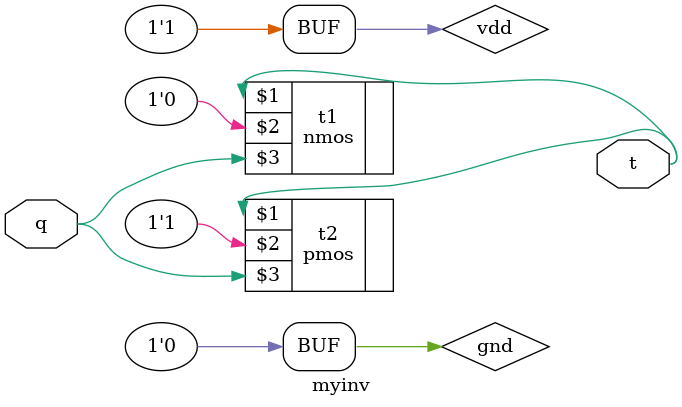
<source format=v>
`timescale 1ns/1ns


module myinv(input q, output t);


supply1 vdd;
supply0 gnd;
nmos #(3,4,5) t1(t,gnd,q);
pmos #(5,6,7) t2(t,vdd,q);

endmodule


</source>
